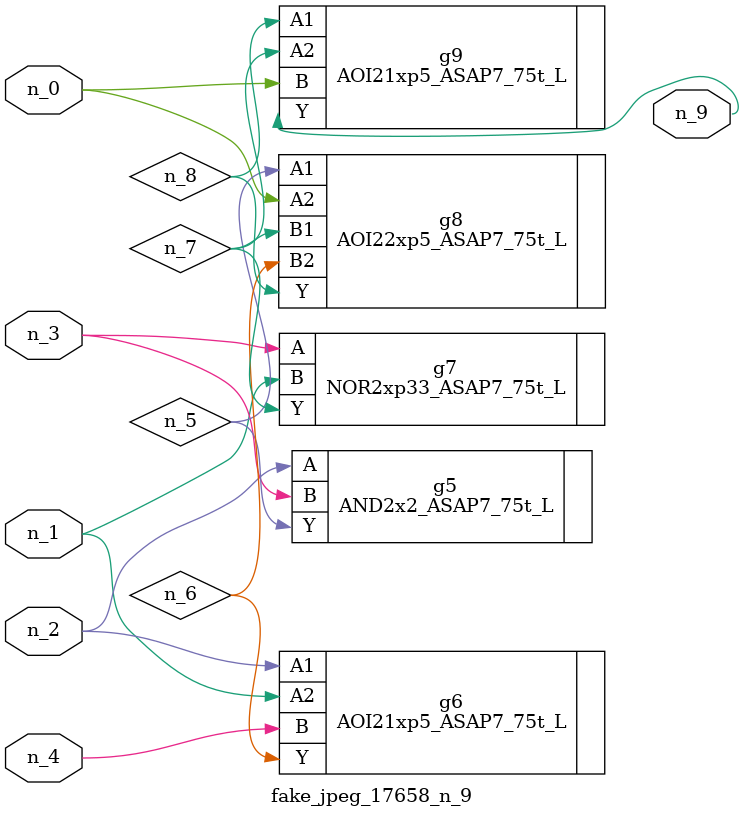
<source format=v>
module fake_jpeg_17658_n_9 (n_3, n_2, n_1, n_0, n_4, n_9);

input n_3;
input n_2;
input n_1;
input n_0;
input n_4;

output n_9;

wire n_8;
wire n_6;
wire n_5;
wire n_7;

AND2x2_ASAP7_75t_L g5 ( 
.A(n_2),
.B(n_3),
.Y(n_5)
);

AOI21xp5_ASAP7_75t_L g6 ( 
.A1(n_2),
.A2(n_1),
.B(n_4),
.Y(n_6)
);

NOR2xp33_ASAP7_75t_L g7 ( 
.A(n_3),
.B(n_1),
.Y(n_7)
);

AOI22xp5_ASAP7_75t_L g8 ( 
.A1(n_5),
.A2(n_0),
.B1(n_7),
.B2(n_6),
.Y(n_8)
);

AOI21xp5_ASAP7_75t_L g9 ( 
.A1(n_8),
.A2(n_7),
.B(n_0),
.Y(n_9)
);


endmodule
</source>
